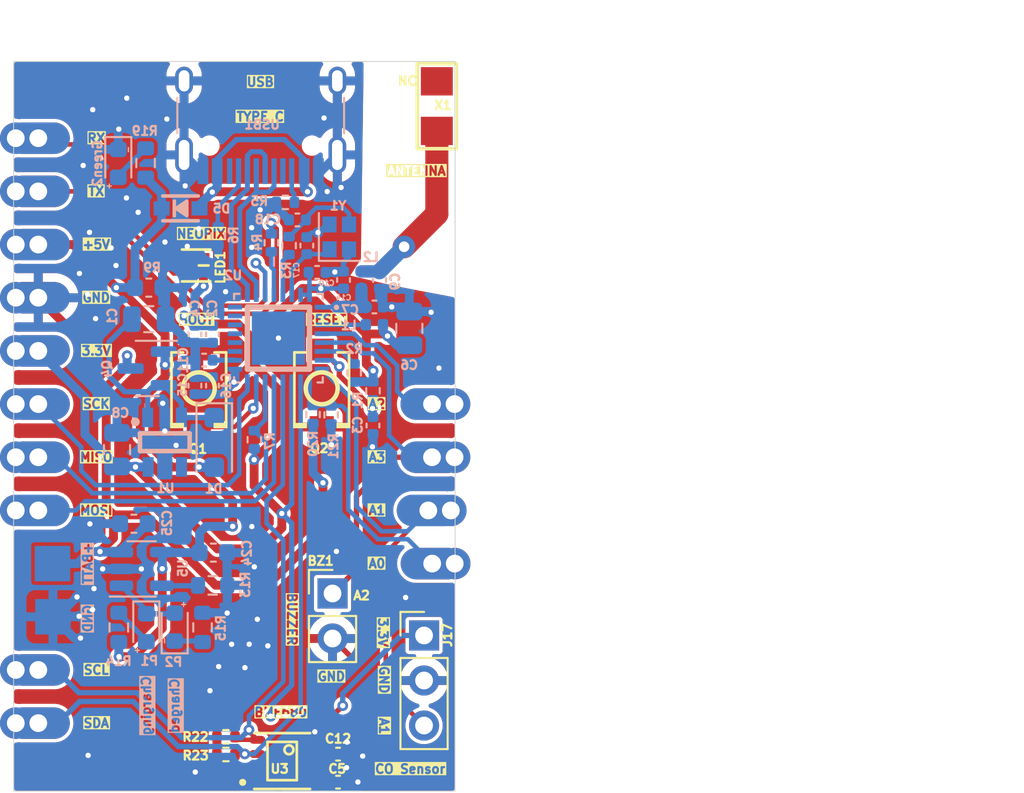
<source format=kicad_pcb>
(kicad_pcb (version 20221018) (generator pcbnew)
  (layers (0 "F.Cu" signal) (31 "B.Cu" signal) (34 "B.Paste" user) (35 "F.Paste" user) (36 "B.SilkS" user "B.Silkscreen") (37 "F.SilkS" user "F.Silkscreen") (38 "B.Mask" user) (39 "F.Mask" user) (44 "Edge.Cuts" user))
  (net 0 "")
  (net 1 "GND")
  (net 2 "/~{RESET}")
  (net 3 "VBUS")
  (net 4 "/LNA")
  (net 5 "3.3V")
  (net 6 "Net-(X1-P$1)")
  (net 7 "/VDD_SPI")
  (net 9 "Net-(U2-XTAL_P)")
  (net 10 "+BATT")
  (net 11 "SDA")
  (net 12 "SCL")
  (net 13 "+5V")
  (net 14 "Net-(P1-K)")
  (net 15 "/A0")
  (net 16 "/A1")
  (net 17 "/A2")
  (net 18 "/A3")
  (net 19 "/TX")
  (net 20 "/NEOPIX{slash}RX")
  (net 21 "/SCK")
  (net 22 "/MISO")
  (net 23 "/MOSI")
  (net 24 "/VDD3P3")
  (net 26 "Net-(U2-GPIO2)")
  (net 27 "/BOOT")
  (net 28 "Net-(U2-XTAL_N)")
  (net 29 "Net-(U2-U0TXD{slash}GPIO21)")
  (net 30 "Net-(USB1-CC1)")
  (net 31 "Net-(USB1-CC2)")
  (net 32 "Net-(P1-A)")
  (net 39 "DP")
  (net 40 "DN")
  (net 43 "Net-(Green2-A)")
  (net 44 "Net-(U5-PROG)")
  (net 45 "Net-(P2-K)")
  (net 46 "Net-(C18-Pad1)")
  (net 47 "Net-(D1-K)")
  (footprint "Ahsan Libs:1X01_CASTEL" (layer "F.Cu") (at 134.68 132 90)
    (fp_text reference "J7" hide)
    (fp_text value "A4" hide)
  )
  (footprint "Ahsan Libs:1X01_CASTEL" (layer "F.Cu") (at 159.4285 123 -90)
    (fp_text reference "J3" hide)
    (fp_text value "A0" hide)
  )
  (footprint "Ahsan Libs:1X01_CASTEL" (layer "F.Cu") (at 159.4185 114 -90)
    (fp_text reference "J6" hide)
    (fp_text value "A3" hide)
  )
  (footprint "Ahsan Libs:1X01_CASTEL" (layer "F.Cu") (at 159.4185 117 -90)
    (fp_text reference "J5" hide)
    (fp_text value "A2" hide)
  )
  (footprint "Ahsan Libs:C_0402_1005Metric" (layer "F.Cu") (at 152.85 133.75 180)
    (fp_text reference "C12")
    (fp_text value "0.1uF")
  )
  (footprint "Ahsan Libs:1X01_CASTEL" (layer "F.Cu") (at 134.68 105 90)
    (fp_text reference "J10" hide)
    (fp_text value "+5V" hide)
  )
  (footprint "Ahsan Libs:1X01_CASTEL" (layer "F.Cu") (at 134.68 102 90)
    (fp_text reference "J9" hide)
    (fp_text value "A6" hide)
  )
  (footprint "Esp32-C3:ANT_2450AT18B100" (layer "F.Cu") (at 158.42 97.19 90)
    (fp_text reference "X1")
    (fp_text value "2.4GHz")
  )
  (footprint "Ahsan Libs:1X01_CASTEL" (layer "F.Cu") (at 134.68 99 90)
    (fp_text reference "J16" hide)
    (fp_text value "A7" hide)
  )
  (footprint "Ahsan Libs:1X01_CASTEL" (layer "F.Cu") (at 134.68 114 90)
    (fp_text reference "J15" hide)
    (fp_text value "A8" hide)
  )
  (footprint "Ahsan Libs:SW-SMD-TS-1088-AR02016" (layer "F.Cu") (at 145 113.11 -90)
    (fp_text reference "Q1")
    (fp_text value "BOOT" hide)
  )
  (footprint "Esp32-C3:SK6805_1515" (layer "F.Cu") (at 144.85 106.18)
    (fp_text reference "LED1")
    (fp_text value "WS2812B_SK6805_1515")
  )
  (footprint "Ahsan Libs:SW-SMD-TS-1088-AR02016" (layer "F.Cu") (at 151.93 113.11 -90)
    (fp_text reference "Q2")
    (fp_text value "RESET" hide)
  )
  (footprint "Ahsan Libs:C_0402_1005Metric" (layer "F.Cu") (at 152.85 135.33 180)
    (fp_text reference "C5")
    (fp_text value "0.1uF")
  )
  (footprint "Ahsan Libs:BME680-LGA-8_L3.0-W3.0-P0.80-TR" (layer "F.Cu") (at 149.7 134.139 180)
    (fp_text reference "U3")
    (fp_text value "BME680" hide)
  )
  (footprint "Ahsan Libs:R_0402_1005Metric" (layer "F.Cu") (at 146.53 132.77 180)
    (fp_text reference "R22")
    (fp_text value "4.7k")
  )
  (footprint "Ahsan Libs:1X01_CASTEL" (layer "F.Cu") (at 134.68 111 90)
    (fp_text reference "J12" hide)
    (fp_text value "3.3V" hide)
  )
  (footprint "Connector_PinHeader_2.54mm:PinHeader_1x02_P2.54mm_Vertical" (layer "F.Cu") (at 152.54 124.685)
    (fp_text reference "BZ1")
    (fp_text value "Buzzer")
  )
  (footprint "Ahsan Libs:1X01_CASTEL" (layer "F.Cu") (at 134.68 129 90)
    (fp_text reference "J8" hide)
    (fp_text value "A5" hide)
  )
  (footprint "Ahsan Libs:1X01_CASTEL" (layer "F.Cu") (at 134.68 120 90)
    (fp_text reference "J13" hide)
    (fp_text value "A10" hide)
  )
  (footprint "Ahsan Libs:1X01_CASTEL" (layer "F.Cu") (at 159.209 120 -90)
    (fp_text reference "J4" hide)
    (fp_text value "A1" hide)
  )
  (footprint "Ahsan Libs:1X01_CASTEL" (layer "F.Cu") (at 134.68 108 90)
    (fp_text reference "J11" hide)
    (fp_text value "GND" hide)
  )
  (footprint "Connector_PinHeader_2.54mm:PinHeader_1x03_P2.54mm_Vertical" (layer "F.Cu") (at 157.7 127.055)
    (fp_text reference "J17")
    (fp_text value "CO Sensor")
  )
  (footprint "Ahsan Libs:R_0402_1005Metric" (layer "F.Cu") (at 146.53 133.77 180)
    (fp_text reference "R23")
    (fp_text value "4.7k")
  )
  (footprint "Ahsan Libs:1X01_CASTEL" (layer "F.Cu") (at 134.68 117 90)
    (fp_text reference "J14" hide)
    (fp_text value "A9" hide)
  )
  (footprint "Ahsan Libs:C_0805_2012Metric" (layer "B.Cu") (at 140.39 116.57 -90)
    (fp_text reference "C8")
    (fp_text value "22uF")
  )
  (footprint "Ahsan Libs:C_0402_1005Metric" (layer "B.Cu") (at 155.19 107 -90)
    (fp_text reference "C9")
    (fp_text value "2pF")
  )
  (footprint "Esp32-C3:QFN32_5MM" (layer "B.Cu") (at 149.49 110.28 180)
    (fp_text reference "U2")
    (fp_text value "ESP32-C3FH4")
  )
  (footprint "Ahsan Libs:R_0402_1005Metric" (layer "B.Cu") (at 149.09 104.9 90)
    (fp_text reference "R4")
    (fp_text value "1k")
  )
  (footprint "Ahsan Libs:C_0402_1005Metric" (layer "B.Cu") (at 154.9 108.52)
    (fp_text reference "C7")
    (fp_text value "2.7pF")
  )
  (footprint "Ahsan Libs:C_0402_1005Metric" (layer "B.Cu") (at 151.09 105.06 90)
    (fp_text reference "C17")
    (fp_text value "16pF")
  )
  (footprint "Ahsan Libs:C_0603_1608Metric" (layer "B.Cu") (at 141.3375 120.75 180)
    (fp_text reference "C25")
    (fp_text value "10uF")
  )
  (footprint "Ahsan Libs:R_0402_1005Metric" (layer "B.Cu") (at 152.46 114.61 -90)
    (fp_text reference "R21")
    (fp_text value "220k")
  )
  (footprint "Ahsan Libs:R_0402_1005Metric" (layer "B.Cu") (at 149.88 102.62 180)
    (fp_text reference "R5")
    (fp_text value "5.1k")
  )
  (footprint "Ahsan Libs:2x2_SMD_Conn" (layer "B.Cu") (at 136.78 126 -90)
    (fp_text reference "J2" hide)
    (fp_text value "GND" hide)
  )
  (footprint "Ahsan Libs:R_0603_1608Metric" (layer "B.Cu") (at 140.49 126.6 90)
    (fp_text reference "R14")
    (fp_text value "470")
  )
  (footprint "Ahsan Libs:C_0402_1005Metric" (layer "B.Cu") (at 144.78 112.96 90)
    (fp_text reference "C15")
    (fp_text value "1uF")
  )
  (footprint "Ahsan Libs:R_0402_1005Metric" (layer "B.Cu") (at 148.13 116.01 90)
    (fp_text reference "R7")
    (fp_text value "10K")
  )
  (footprint "Package_TO_SOT_SMD:SOT-23-5" (layer "B.Cu") (at 141.7775 123.3)
    (fp_text reference "U5")
    (fp_text value "MCP73831-2-OT")
  )
  (footprint "Ahsan Libs:C_0805_2012Metric" (layer "B.Cu") (at 142.18 109.21)
    (fp_text reference "C1")
    (fp_text value "22uF")
  )
  (footprint "Ahsan Libs:C_0603_1608Metric" (layer "B.Cu") (at 142.18 107.43)
    (fp_text reference "R9")
    (fp_text value "806K")
  )
  (footprint "Ahsan Libs:R_0603_1608Metric" (layer "B.Cu") (at 142 100.4 90)
    (fp_text reference "R19")
    (fp_text value "470")
  )
  (footprint "Ahsan Libs:R_0402_1005Metric" (layer "B.Cu") (at 154.82 113.25 -90)
    (fp_text reference "R1")
    (fp_text value "10K")
  )
  (footprint "Crystal:Crystal_SMD_2016-4Pin_2.0x1.6mm" (layer "B.Cu") (at 152.92 104.57 90)
    (fp_text reference "Y1")
    (fp_text value "40MHz")
  )
  (footprint "Ahsan Libs:C_0402_1005Metric" (layer "B.Cu") (at 151.67 106.57)
    (fp_text reference "C10")
    (fp_text value "0.1uF")
  )
  (footprint "Ahsan Libs:USB_C_Receptacle_HRO_TYPE-C-31-M-12" (layer "B.Cu") (at 148.49 96.815)
    (fp_text reference "USB1")
    (fp_text value "USB_C_Receptacle_USB2.0")
  )
  (footprint "Inductor_SMD:L_0402_1005Metric" (layer "B.Cu") (at 154.9 109.52 180)
    (fp_text reference "L1")
    (fp_text value "2nH")
  )
  (footprint "Ahsan Libs:R_0402_1005Metric" (layer "B.Cu") (at 153.76 112.24 90)
    (fp_text reference "R2")
    (fp_text value "10K")
  )
  (footprint "Ahsan Libs:SOT-25-5_L3.0-W1.8-P0.95-LS3.0-BR" (layer "B.Cu") (at 143.070252 116.15 90)
    (fp_text reference "U1")
    (fp_text value "AP2112K-3.3" hide)
  )
  (footprint "Ahsan Libs:C_0402_1005Metric" (layer "B.Cu") (at 145.77 112.96 90)
    (fp_text reference "C16")
    (fp_text value "0.01uF")
  )
  (footprint "Ahsan Libs:R_0603_1608Metric" (layer "B.Cu") (at 145.78 124.23)
    (fp_text reference "R13")
    (fp_text value "2K")
  )
  (footprint "Ahsan Libs:LED_0603_1608Metric" (layer "B.Cu") (at 143.64 126.58 90)
    (fp_text reference "P2")
    (fp_text value "Charged" hide)
  )
  (footprint "Ahsan Libs:2x2_SMD_Conn" (layer "B.Cu") (at 136.75 123 -90)
    (fp_text reference "J1" hide)
    (fp_text value "+BATT" hide)
  )
  (footprint "Ahsan Libs:C_0402_1005Metric" (layer "B.Cu") (at 145.77 110.06 -90)
    (fp_text reference "C2")
    (fp_text value "1uF")
  )
  (footprint "Diode_SMD:D_SOD-123F" (layer "B.Cu") (at 145.87 116.1625 -90)
    (fp_text reference "D1")
    (fp_text value "B5817WL")
  )
  (footprint "Ahsan Libs:C_0402_1005Metric" (layer "B.Cu") (at 153.16 107 90)
    (fp_text reference "C14")
    (fp_text value "0.1uF")
  )
  (footprint "Ahsan Libs:C_0805_2012Metric" (layer "B.Cu") (at 156.87 109.73 90)
    (fp_text reference "C6")
    (fp_text value "22uF")
  )
  (footprint "Ahsan Libs:R_0402_1005Metric" (layer "B.Cu") (at 146.09 104.51 -90)
    (fp_text reference "R6")
    (fp_text value "5.1k")
  )
  (footprint "Ahsan Libs:C_0402_1005Metric" (layer "B.Cu") (at 145.3 111.52 180)
    (fp_text reference "C11")
    (fp_text value "1uF")
  )
  (footprint "Ahsan Libs:R_0603_1608Metric" (layer "B.Cu") (at 145.21 126.6 90)
    (fp_text reference "R15")
    (fp_text value "470")
  )
  (footprint "Ahsan Libs:C_0402_1005Metric" (layer "B.Cu") (at 150.56 103.61 180)
    (fp_text reference "C18")
    (fp_text value "16pF")
  )
  (footprint "Inductor_SMD:L_0402_1005Metric" (layer "B.Cu") (at 154.17 107 90)
    (fp_text reference "L2")
    (fp_text value "2.2nH")
  )
  (footprint "Ahsan Libs:R_0402_1005Metric" (layer "B.Cu") (at 151.44 114.59 -90)
    (fp_text reference "R20")
    (fp_text value "220k")
  )
  (footprint "Ahsan Libs:LED_0603_1608Metric" (layer "B.Cu") (at 140.46 100.42 -90)
    (fp_text reference "Green2")
    (fp_text value "Power" hide)
  )
  (footprint "Ahsan Libs:C_0402_1005Metric" (layer "B.Cu") (at 154.82 115.21 -90)
    (fp_text reference "C3")
    (fp_text value "1uF")
  )
  (footprint "Package_TO_SOT_SMD:SOT-23" (layer "B.Cu") (at 142.0925 111.99 180)
    (fp_text reference "Q4")
    (fp_text value "AO3401A")
  )
  (footprint "Ahsan Libs:R_0402_1005Metric" (layer "B.Cu") (at 150.09 105.06 -90)
    (fp_text reference "R3")
    (fp_text value "0")
  )
  (footprint "Ahsan Libs:C_0402_1005Metric" (layer "B.Cu") (at 144.78 110.06 -90)
    (fp_text reference "C4")
    (fp_text value "0.1uF")
  )
  (footprint "Esp32-C3:SOD-323_MINI" (layer "B.Cu") (at 143.97 102.96)
    (fp_text reference "D5")
    (fp_text value "  NSR0320")
  )
  (footprint "Ahsan Libs:LED_0603_1608Metric" (layer "B.Cu") (at 142.04 126.62 -90)
    (fp_text reference "P1")
    (fp_text value "Charging" hide)
  )
  (footprint "Ahsan Libs:C_0603_1608Metric" (layer "B.Cu") (at 145.82 122.38)
    (fp_text reference "C24")
    (fp_text value "10uF")
  )
  (gr_circle (center 152.76 108.54) (end 152.85434 108.54) (stroke (width 0.12)) (fill solid) (layer "B.SilkS"))
  (gr_rect (start 134.56 94.67) (end 159.45 135.84) (stroke (width 0.05)) (fill none) (layer "Edge.Cuts"))
  (gr_text "Charging" (at 142.04 131.02 90) (layer "B.SilkS" knockout) (effects (font (size 0.5 0.5) (thickness 0.125)) (justify mirror)))
  (gr_text "+BATT" (at 138.74 122.98 90) (layer "B.SilkS" knockout) (effects (font (size 0.5 0.5) (thickness 0.125)) (justify mirror)))
  (gr_text "GND" (at 138.74 126.1 90) (layer "B.SilkS" knockout) (effects (font (size 0.5 0.5) (thickness 0.125)) (justify mirror)))
  (gr_text "Charged" (at 143.64 131.020001 90) (layer "B.SilkS" knockout) (effects (font (size 0.5 0.5) (thickness 0.125)) (justify mirror)))
  (gr_text "NC" (at 156.16 96.06) (layer "F.SilkS") (effects (font (size 0.5 0.5) (thickness 0.125) bold) (justify left bottom)))
  (gr_text "BME680" (at 148.06 131.39) (layer "F.SilkS" knockout) (effects (font (size 0.5 0.5) (thickness 0.125)) (justify left)))
  (gr_text "A1" (at 155.44 131.63 -90) (layer "F.SilkS" knockout) (effects (font (size 0.5 0.5) (thickness 0.125)) (justify left)))
  (gr_text "USB" (at 147.63375 95.83) (layer "F.SilkS" knockout) (effects (font (size 0.5 0.5) (thickness 0.125)) (justify left)))
  (gr_text "MISO" (at 138.23 117) (layer "F.SilkS" knockout) (effects (font (size 0.5 0.5) (thickness 0.125)) (justify left)))
  (gr_text "ANTENNA" (at 155.56 100.85) (layer "F.SilkS" knockout) (effects (font (size 0.5 0.5) (thickness 0.125)) (justify left)))
  (gr_text "BOOT" (at 143.8 109.24) (layer "F.SilkS" knockout) (effects (font (size 0.5 0.5) (thickness 0.125)) (justify left)))
  (gr_text "3.3V" (at 138.325239 111) (layer "F.SilkS" knockout) (effects (font (size 0.5 0.5) (thickness 0.125)) (justify left)))
  (gr_text "RX" (at 138.646667 99) (layer "F.SilkS" knockout) (effects (font (size 0.5 0.5) (thickness 0.125)) (justify left)))
  (gr_text "SDA" (at 138.432382 132) (layer "F.SilkS" knockout) (effects (font (size 0.5 0.5) (thickness 0.125)) (justify left)))
  (gr_text "3.3V" (at 155.38 125.99 -90) (layer "F.SilkS" knockout) (effects (font (size 0.5 0.5) (thickness 0.125)) (justify left)))
  (gr_text "GND" (at 138.372857 108) (layer "F.SilkS" knockout) (effects (font (size 0.5 0.5) (thickness 0.125)) (justify left)))
  (gr_text "GND" (at 151.63 129.37) (layer "F.SilkS" knockout) (effects (font (size 0.5 0.5) (thickness 0.125)) (justify left)))
  (gr_text "MOSI" (at 138.23 120) (layer "F.SilkS" knockout) (effects (font (size 0.5 0.5) (thickness 0.125)) (justify left)))
  (gr_text "TX" (at 138.706191 102) (layer "F.SilkS" knockout) (effects (font (size 0.5 0.5) (thickness 0.125)) (justify left)))
  (gr_text "CO Sensor" (at 154.87 134.59) (layer "F.SilkS" knockout) (effects (font (size 0.5 0.5) (thickness 0.125)) (justify left)))
  (gr_text "TYPE C" (at 147.062322 97.79) (layer "F.SilkS" knockout) (effects (font (size 0.5 0.5) (thickness 0.125)) (justify left)))
  (gr_text "A2" (at 154.18 124.8) (layer "F.SilkS") (effects (font (size 0.5 0.5) (thickness 0.125))))
  (gr_text "GND" (at 155.44 128.71 -90) (layer "F.SilkS" knockout) (effects (font (size 0.5 0.5) (thickness 0.125)) (justify left)))
  (gr_text "SCK" (at 138.396667 114) (layer "F.SilkS" knockout) (effects (font (size 0.5 0.5) (thickness 0.125)) (justify left)))
  (gr_text "+5V" (at 138.372858 105) (layer "F.SilkS" knockout) (effects (font (size 0.5 0.5) (thickness 0.125)) (justify left)))
  (gr_text "A2" (at 154.51 114) (layer "F.SilkS" knockout) (effects (font (size 0.5 0.5) (thickness 0.125)) (justify left)))
  (gr_text "BUZZER" (at 150.25 124.59 270) (layer "F.SilkS" knockout) (effects (font (size 0.5 0.5) (thickness 0.125)) (justify left)))
  (gr_text "NEOPIX" (at 143.69 104.4) (layer "F.SilkS" knockout) (effects (font (size 0.5 0.5) (thickness 0.125)) (justify left)))
  (gr_text "A0" (at 154.51 123) (layer "F.SilkS" knockout) (effects (font (size 0.5 0.5) (thickness 0.125)) (justify left)))
  (gr_text "RESET" (at 150.96 109.24) (layer "F.SilkS" knockout) (effects (font (size 0.5 0.5) (thickness 0.125)) (justify left)))
  (gr_text "A1" (at 154.51 120) (layer "F.SilkS" knockout) (effects (font (size 0.5 0.5) (thickness 0.125)) (justify left)))
  (gr_text "A3" (at 154.51 117) (layer "F.SilkS" knockout) (effects (font (size 0.5 0.5) (thickness 0.125)) (justify left)))
  (gr_text "SCL" (at 138.444286 129) (layer "F.SilkS" knockout) (effects (font (size 0.5 0.5) (thickness 0.125)) (justify left)))
  (segment (start 138.13 121.49) (end 138.86 120.76) (width 0.5) (layer "F.Cu") (net 1))
  (segment (start 144.23 100.005) (end 144.17 99.945) (width 0.5) (layer "F.Cu") (net 1))
  (segment (start 153.33 134.51) (end 153.33 135.33) (width 0.3) (layer "F.Cu") (net 1))
  (segment (start 138.795 124.085) (end 138.795 124.115) (width 0.5) (layer "F.Cu") (net 1))
  (segment (start 153.33 135.33) (end 153.96 135.33) (width 0.3) (layer "F.Cu") (net 1))
  (segment (start 144.23 101.69) (end 144.23 104.11) (width 0.5) (layer "F.Cu") (net 1))
  (segment (start 138.13 124.88) (end 138.13 121.49) (width 0.5) (layer "F.Cu") (net 1))
  (segment (start 153.33 133.75) (end 153.36 133.72) (width 0.3) (layer "F.Cu") (net 1))
  (segment (start 154.69 129.375) (end 154.69 133.41) (width 0.3) (layer "F.Cu") (net 1))
  (segment (start 143.2 97.92) (end 141.06 97.92) (width 0.5) (layer "F.Cu") (net 1))
  (segment (start 151.1 134.539) (end 153.301 134.539) (width 0.3) (layer "F.Cu") (net 1))
  (segment (start 145 111.92) (end 142.965 113.955) (width 0.3) (layer "F.Cu") (net 1))
  (segment (start 151.1 132.93) (end 151.54 132.49) (width 0.3) (layer "F.Cu") (net 1))
  (segment (start 146.98 105.16) (end 146.51 105.63) (width 0.5) (layer "F.Cu") (net 1))
  (segment (start 152.48 115.845) (end 151.93 115.295) (width 0.3) (layer "F.Cu") (net 1))
  (segment (start 138.13 124.88) (end 138.13 124.75) (width 0.5) (layer "F.Cu") (net 1))
  (segment (start 149.49 111.21) (end 151.93 113.65) (width 0.5) (layer "F.Cu") (net 1))
  (segment (start 144.23 101.69) (end 144.23 100.005) (width 0.5) (layer "F.Cu") (net 1))
  (segment (start 138.795 124.085) (end 139.58 123.3) (width 0.5) (layer "F.Cu") (net 1))
  (segment (start 153.33 133.75) (end 153.33 134.51) (width 0.3) (layer "F.Cu") (net 1))
  (segment (start 145.379 135.339) (end 144.8 134.76) (width 0.5) (layer "F.Cu") (net 1))
  (segment (start 151.21 103.81) (end 151.72 104.32) (width 0.5) (layer "F.Cu") (net 1))
  (segment (start 152.6 116.41) (end 152.48 116.29) (width 0.3) (layer "F.Cu") (net 1))
  (segment (start 138.86 110.91) (end 135.95 108) (width 0.5) (layer "F.Cu") (net 1))
  (segment (start 149.49 110.28) (end 149.49 111.21) (width 0.5) (layer "F.Cu") (net 1))
  (segment (start 138.86 120.76) (end 138.86 110.91) (width 0.5) (layer "F.Cu") (net 1))
  (segment (start 153.301 134.539) (end 153.33 134.51) (width 0.3) (layer "F.Cu") (net 1))
  (segment (start 153.44 133.86) (end 153.33 133.75) (width 0.3) (layer "F.Cu") (net 1))
  (segment (start 151.21 103.04) (end 152.24 102.01) (width 0.5) (layer "F.Cu") (net 1))
  (segment (start 154.79 116.41) (end 152.6 116.41) (width 0.3) (layer "F.Cu") (net 1))
  (segment (start 141.06 97.92) (end 140.49 98.49) (width 0.5) (layer "F.Cu") (net 1))
  (segment (start 145 104.11) (end 144.23 104.11) (width 0.5) (layer "F.Cu") (net 1))
  (segment (start 147.98 105.16) (end 146.98 105.16) (width 0.5) (layer "F.Cu") (net 1))
  (segment (start 151.93 113.65) (end 151.93 115.295) (width 0.5) (layer "F.Cu") (net 1))
  (segment (start 153.96 135.33) (end 153.97 135.32) (width 0.3) (layer "F.Cu") (net 1))
  (segment (start 152.54 127.225) (end 154.69 129.375) (width 0.3) (layer "F.Cu") (net 1))
  (segment (start 153.36 133.72) (end 153.36 133.07) (width 0.3) (layer "F.Cu") (net 1))
  (segment (start 138.795 124.115) (end 139.09 124.41) (width 0.5) (layer "F.Cu") (net 1))
  (segment (start 151.21 103.04) (end 151.21 103.81) (width 0.5) (layer "F.Cu") (net 1))
  (segment (start 152.48 116.29) (end 152.48 115.845) (width 0.3) (layer "F.Cu") (net 1))
  (segment (start 145 110.925) (end 145 111.92) (width 0.3) (layer "F.Cu") (net 1))
  (segment (start 144.23 104.98) (end 144.35 105.1) (width 0.5) (layer "F.Cu") (net 1))
  (segment (start 152.67 106.55) (end 152.67 105.27) (width 0.5) (layer "F.Cu") (net 1))
  (segment (start 144.23 104.11) (end 144.23 104.98) (width 0.5) (layer "F.Cu") (net 1))
  (segment (start 154.69 133.41) (end 154.24 133.86) (width 0.3) (layer "F.Cu") (net 1))
  (segment (start 152.67 105.27) (end 151.72 104.32) (width 0.5) (layer "F.Cu") (net 1))
  (segment (start 151.1 132.939) (end 151.1 132.93) (width 0.3) (layer "F.Cu") (net 1))
  (segment (start 148.3 135.339) (end 145.379 135.339) (width 0.5) (layer "F.Cu") (net 1))
  (segment (start 138.13 124.75) (end 138.795 124.085) (width 0.5) (layer "F.Cu") (net 1))
  (segment (start 148.46 103.04) (end 151.21 103.04) (width 0.5) (layer "F.Cu") (net 1))
  (segment (start 146.51 105.63) (end 146.51 107.66) (width 0.5) (layer "F.Cu") (net 1))
  (segment (start 154.24 133.86) (end 153.44 133.86) (width 0.3) (layer "F.Cu") (net 1))
  (segment (start 144.35 105.73) (end 144.35 105.1) (width 0.3) (layer "F.Cu") (net 1))
  (via (at 152.67 106.55) (size 0.6) (drill 0.3) (layers "F.Cu" "B.Cu") (net 1))
  (via (at 153.97 135.32) (size 0.6) (drill 0.3) (layers "F.Cu" "B.Cu") (net 1))
  (via (at 152.48 116.29) (size 0.6) (drill 0.3) (layers "F.Cu" "B.Cu") (net 1))
  (via (at 141.76 123.3) (size 0.6) (drill 0.3) (layers "F.Cu" "B.Cu") (net 1))
  (via (at 139.02 97.39) (size 0.6) (drill 0.3) (layers "F.Cu" "B.Cu") (net 1))
  (via (at 143.72 116.33) (size 0.6) (drill 0.3) (layers "F.Cu" "B.Cu") (net 1))
  (via (at 138.13 124.88) (size 0.6) (drill 0.3) (layers "F.Cu" "B.Cu") (net 1))
  (via (at 147.6 128.87) (size 0.6) (drill 0.3) (layers "F.Cu" "B.Cu") (net 1))
  (via (at 147.84 127.55) (size 0.6) (drill 0.3) (layers "F.Cu" "B.Cu") (net 1))
  (via (at 141.58 103.18) (size 0.6) (drill 0.3) (layers "F.Cu" "B.Cu") (net 1))
  (via (at 138.27 106.63) (size 0.6) (drill 0.3) (layers "F.Cu" "B.Cu") (net 1))
  (via (at 143.09 104.86) (size 0.6) (drill 0.3) (layers "F.Cu" "B.Cu") (net 1))
  (via (at 151.72 104.32) (size 0.6) (drill 0.3) (layers "F.Cu" "B.Cu") (net 1))
  (via (at 158.54 111.97) (size 0.6) (drill 0.3) (layers "F.Cu" "B.Cu") (net 1))
  (via (at 140.49 98.49) (size 0.6) (drill 0.3) (layers "F.Cu" "B.Cu") (net 1))
  (via (at 152.76 122.31) (size 0.6) (drill 0.3) (layers "F.Cu" "B.Cu") (net 1))
  (via (at 138.48 100.54) (size 0.6) (drill 0.3) (layers "F.Cu" "B.Cu") (net 1))
  (via (at 148.13 123.18) (size 0.6) (drill 0.3) (layers "F.Cu" "B.Cu") (net 1))
  (via (at 153.02 101.78) (size 0.6) (drill 0.3) (layers "F.Cu" "B.Cu") (net 1))
  (via (at 146.12 128.81) (size 0.6) (drill 0.3) (layers "F.Cu" "B.Cu") (net 1))
  (via (at 151.54 132.49) (size 0.6) (drill 0.3) (layers "F.Cu" "B.Cu") (net 1))
  (via (at 144.35 105.1) (size 0.6) (drill 0.3) (layers "F.Cu" "B.Cu") (net 1))
  (via (at 138.25 125.97) (size 0.6) (drill 0.3) (layers "F.Cu" "B.Cu") (net 1))
  (via (at 153.36 133.07) (size 0.6) (drill 0.3) (layers "F.Cu" "B.Cu") (net 1))
  (via (at 139.09 124.41) (size 0.6) (drill 0.3) (layers "F.Cu" "B.Cu") (net 1))
  (via (at 148.3 126.14) (size 0.6) (drill 0.3) (layers "F.Cu" "B.Cu") (net 1))
  (via (at 153.33 134.51) (size 0.6) (drill 0.3) (layers "F.Cu" "B.Cu") (net 1))
  (via (at 147.98 105.16) (size 0.6) (drill 0.3) (layers "F.Cu" "B.Cu") (net 1))
  (via (at 148.46 103.04) (size 0.6) (drill 0.3) (layers "F.Cu" "B.Cu") (net 1))
  (via (at 138.86 120.76) (size 0.6) (drill 0.3) (layers "F.Cu" "B.Cu") (net 1))
  (via (at 138.84 104.31) (size 0.6) (drill 0.3) (layers "F.Cu" "B.Cu") (net 1))
  (via (at 139.58 123.3) (size 0.6) (drill 0.3) (layers "F.Cu" "B.Cu") (net 1))
  (via (at 155.88 108.52) (size 0.6) (drill 0.3) (layers "F.Cu" "B.Cu") (net 1))
  (via (at 145 104.11) (size 0.6) (drill 0.3) (layers "F.Cu" "B.Cu") (net 1))
  (via (at 140.92 102.37) (size 0.6) (drill 0.3) (layers "F.Cu" "B.Cu") (net 1))
  (via (at 146.51 107.66) (size 0.6) (drill 0.3) (layers "F.Cu" "B.Cu") (net 1))
  (via (at 154.79 116.41) (size 0.6) (drill 0.3) (layers "F.Cu" "B.Cu") (net 1))
  (via (at 152.24 102.01) (size 0.6) (drill 0.3) (layers "F.Cu" "B.Cu") (net 1))
  (via (at 142.965 113.955) (size 0.6) (drill 0.3) (layers "F.Cu" "B.Cu") (net 1))
  (via (at 139.01 125.6) (size 0.6) (drill 0.3) (layers "F.Cu" "B.Cu") (net 1))
  (via (at 146.85 127.55) (size 0.6) (drill 0.3) (layers "F.Cu" "B.Cu") (net 1))
  (via (at 143.2 97.92) (size 0.6) (drill 0.3) (layers "F.Cu" "B.Cu") (net 1))
  (via (at 146.6 125.79) (size 0.6) (drill 0.3) (layers "F.Cu" "B.Cu") (net 1))
  (via (at 147.99 120.91) (size 0.6) (drill 0.3) (layers "F.Cu" "B.Cu") (net 1))
  (via (at 152.06 97.86) (size 0.6) (drill 0.3) (layers "F.Cu" "B.Cu") (net 1))
  (via (at 149.49 110.28) (size 0.6) (drill 0.3) (layers "F.Cu" "B.Cu") (net 1))
  (via (at 138.76 133.82) (size 0.6) (drill 0.3) (layers "F.Cu" "B.Cu") (net 1))
  (via (at 148.89 127.64) (size 0.6) (drill 0.3) (layers "F.Cu" "B.Cu") (net 1))
  (via (at 140.94 96.74) (size 0.6) (drill 0.3) (layers "F.Cu" "B.Cu") (net 1))
  (via (at 140.33 106.18) (size 0.6) (drill 0.3) (layers "F.Cu" "B.Cu") (net 1))
  (via (at 147.98 104.05) (size 0.6) (drill 0.3) (layers "F.Cu" "B.Cu") (net 1))
  (via (at 156.66 124.91) (size 0.6) (drill 0.3) (layers "F.Cu" "B.Cu") (net 1))
  (via (at 139.18 109.18) (size 0.6) (drill 0.3) (layers "F.Cu" "B.Cu") (net 1))
  (via (at 143.083252 115.52) (size 0.6) (drill 0.3) (layers "F.Cu" "B.Cu") (net 1))
  (via (at 145.63 130.17) (size 0.6) (drill 0.3) (layers "F.Cu" "B.Cu") (net 1))
  (via (at 140.06 105.19) (size 0.6) (drill 0.3) (layers "F.Cu" "B.Cu") (net 1))
  (via (at 138.33 127.2) (size 0.6) (drill 0.3) (layers "F.Cu" "B.Cu") (net 1))
  (via (at 154.24 133.86) (size 0.6) (drill 0.3) (layers "F.Cu" "B.Cu") (net 1))
  (via (at 144.8 134.76) (size 0.6) (drill 0.3) (layers "F.Cu" "B.Cu") (net 1))
  (via (at 158.1 108.82) (size 0.6) (drill 0.3) (layers "F.Cu" "B.Cu") (net 1))
  (via (at 138.73 107.8) (size 0.6) (drill 0.3) (layers "F.Cu" "B.Cu") (net 1))
  (via (at 144.23 101.69) (size 0.6) (drill 0.3) (layers "F.Cu" "B.Cu") (net 1))
  (segment (start 146.09 105.02) (end 146.09 106.66) (width 0.5) (layer "B.Cu") (net 1))
  (segment (start 155.38 107.67) (end 155.19 107.48) (width 0.5) (layer "B.Cu") (net 1))
  (segment (start 144.46 110.54) (end 143.13 109.21) (width 0.5) (layer "B.Cu") (net 1))
  (segment (start 144.78 111.48) (end 144.82 111.52) (width 0.5) (layer "B.Cu") (net 1))
  (segment (start 136.78 126) (end 136.81 125.97) (width 0.5) (layer "B.Cu") (net 1))
  (segment (start 153.36 132.47) (end 153.36 133.07) (width 0.3) (layer "B.Cu") (net 1))
  (segment (start 146.595 124.22) (end 146.605 124.23) (width 0.5) (layer "B.Cu") (net 1))
  (segment (start 140.64 123.3) (end 141.76 123.3) (width 0.5) (layer "B.Cu") (net 1))
  (segment (start 138.87 120.75) (end 138.86 120.76) (width 0.5) (layer "B.Cu") (net 1))
  (segment (start 151.35 104.32) (end 151.09 104.58) (width 0.254) (layer "B.Cu") (net 1))
  (segment (start 144.78 112.48) (end 144.78 111.56) (width 0.5) (layer "B.Cu") (net 1))
  (segment (start 140.64 123.3) (end 139.58 123.3) (width 0.5) (layer "B.Cu") (net 1))
  (segment (start 157.7 129.595) (end 156.235 129.595) (width 0.3) (layer "B.Cu") (net 1))
  (segment (start 154.82 115.69) (end 154.82 116.38) (width 0.3) (layer "B.Cu") (net 1))
  (segment (start 140.46 99.6325) (end 140.46 98.52) (width 0.3) (layer "B.Cu") (net 1))
  (segment (start 146.585 125.775) (end 146.6 125.79) (width 0.5) (layer "B.Cu") (net 1))
  (segment (start 143.083252 114.073252) (end 143.083252 114.753) (width 0.3) (layer "B.Cu") (net 1))
  (segment (start 146.51 107.1) (end 146.51 107.66) (width 0.5) (layer "B.Cu") (net 1))
  (segment (start 158.06 108.78) (end 158.1 108.82) (width 0.5) (layer "B.Cu") (net 1))
  (segment (start 144.35 105.1) (end 146.01 105.1) (width 0.5) (layer "B.Cu") (net 1))
  (segment (start 140.46 98.52) (end 140.49 98.49) (width 0.3) (layer "B.Cu") (net 1))
  (segment (start 143.083252 115.52) (end 143.083252 114.753) (width 0.5) (layer "B.Cu") (net 1))
  (segment (start 142.955 107.43) (end 142.955 106.495) (width 0.5) (layer "B.Cu") (net 1))
  (segment (start 144.78 111.56) (end 144.82 111.52) (width 0.5) (layer "B.Cu") (net 1))
  (segment (start 152.81 95.765) (end 152.81 97.88) (width 0.5) (layer "B.Cu") (net 1))
  (segment (start 148.93 103.04) (end 149.36 102.61) (width 0.5) (layer "B.Cu") (net 1))
  (segment (start 147.98 103.52) (end 147.98 104.05) (width 0.5) (layer "B.Cu") (net 1))
  (segment (start 152.19 106.55) (end 153.13 106.55) (width 0.3) (layer "B.Cu") (net 1))
  (segment (start 156.87 108.78) (end 158.06 108.78) (width 0.5) (layer "B.Cu") (net 1))
  (segment (start 153.47 105.27) (end 153.47 105.7) (width 0.3) (layer "B.Cu") (net 1))
  (segment (start 145.24 100.86) (end 145.06 100.86) (width 0.5) (layer "B.Cu") (net 1))
  (segment (start 152.81 97.88) (end 152.81 99.945) (width 0.5) (layer "B.Cu") (net 1))
  (segment (start 152.46 115.12) (end 152.46 116.27) (width 0.3) (layer "B.Cu") (net 1))
  (segment (start 146.09 106.66) (end 146.52 107.09) (width 0.5) (layer "B.Cu") (net 1))
  (segment (start 152.46 116.27) (end 152.48 116.29) (width 0.3) (layer "B.Cu") (net 1))
  (segment (start 151.895 100.86) (end 152.81 99.945) (width 0.5) (layer "B.Cu") (net 1))
  (segment (start 136.81 125.97) (end 138.25 125.97) (width 0.5) (layer "B.Cu") (net 1))
  (segment (start 151.74 100.86) (end 151.895 100.86) (width 0.5) (layer "B.Cu") (net 1))
  (segment (start 146.01 105.1) (end 146.09 105.02) (width 0.5) (layer "B.Cu") (net 1))
  (segment (start 147.98 104.05) (end 147.98 105.16) (width 0.5) (layer "B.Cu") (net 1))
  (segment (start 154.82 116.38) (end 154.79 116.41) (width 0.3) (layer "B.Cu") (net 1))
  (segment (start 151.72 104.32) (end 152.17 103.87) (width 0.254) (layer "B.Cu") (net 1))
  (segment (start 152.06 97.86) (end 152.79 97.86) (width 0.5) (layer "B.Cu") (net 1))
  (segment (start 151.72 104.32) (end 151.35 104.32) (width 0.254) (layer "B.Cu") (net 1))
  (segment (start 139.18 113.06) (end 139.18 109.18) (width 0.3) (layer "B.Cu") (net 1))
  (segment (start 144.78 110.54) (end 144.46 110.54) (width 0.5) (layer "B.Cu") (net 1))
  (segment (start 148.13 123.18) (end 146.605 123.18) (width 0.3) (layer "B.Cu") (net 1))
  (segment (start 145.77 112.48) (end 144.78 112.48) (width 0.5) (layer "B.Cu") (net 1))
  (segment (start 148.46 103.04) (end 148.93 103.04) (width 0.5) (layer "B.Cu") (net 1))
  (segment (start 144.17 95.765) (end 152.81 95.765) (width 0.5) (layer "B.Cu") (net 1))
  (segment (start 137.01 126) (end 136.78 126) (width 0.5) (layer "B.Cu") (net 1))
  (segment (start 145.21 125.775) (end 146.585 125.775) (width 0.5) (layer "B.Cu") (net 1))
  (segment (start 144.17 97.96) (end 144.17 95.765) (width 0.5) (layer "B.Cu") (net 1))
  (segment (start 156.61 108.52) (end 155.38 108.52) (width 0.5) (layer "B.Cu") (net 1))
  (segment (start 146.605 123.18) (end 146.595 123.17) (width 0.3) (layer "B.Cu") (net 1))
  (segment (start 155.38 108.52) (end 155.38 107.67) (width 0.5) (layer "B.Cu") (net 1))
  (segment (start 151.74 100.86) (end 151.74 101.51) (width 0.5) (layer "B.Cu") (net 1))
  (segment (start 142.965 113.955) (end 143.083252 114.073252) (width 0.3) (layer "B.Cu") (net 1))
  (segment (start 156.235 129.595) (end 153.36 132.47) (width 0.3) (layer "B.Cu") (net 1))
  (segment (start 140.39 115.62) (end 140.39 114.27) (width 0.3) (layer "B.Cu") (net 1))
  (segment (start 138.33 127.2) (end 137.98 127.2) (width 0.5) (layer "B.Cu") (net 1))
  (segment (start 146.595 122.38) (end 146.595 123.17) (width 0.5) (layer "B.Cu") (net 1))
  (segment (start 144.17 99.945) (end 144.17 97.96) (width 0.5) (layer "B.Cu") (net 1))
  (segment (start 152.79 97.86) (end 152.81 97.88) (width 0.5) (layer "B.Cu") (net 1))
  (segment (start 153.47 105.7) (end 153.16 106.01) (width 0.3) (layer "B.Cu") (net 1))
  (segment (start 144.78 110.54) (end 144.78 111.48) (width 0.5) (layer "B.Cu") (net 1))
  (segment (start 142.955 106.495) (end 144.35 105.1) (width 0.5) (layer "B.Cu") (net 1))
  (segment (start 146.605 124.23) (end 146.605 125.785) (width 0.5) (layer "B.Cu") (net 1))
  (segment (start 149.37 102.62) (end 149.37 102.9) (width 0.5) (layer "B.Cu") (net 1))
  (segment (start 153.13 106.55) (end 153.16 106.52) (width 0.3) (layer "B.Cu") (net 1))
  (segment (start 145.77 110.54) (end 144.78 110.54) (width 0.5) (layer "B.Cu") (net 1))
  (segment (start 153.16 106.01) (end 153.16 106.52) (width 0.3) (layer "B.Cu") (net 1))
  (segment (start 152.17 103.87) (end 152.37 103.87) (width 0.254) (layer "B.Cu") (net 1))
  (segment (start 143.13 109.21) (end 143.13 107.605) (width 0.5) (layer "B.Cu") (net 1))
  (segment (start 149.37 102.9) (end 150.08 103.61) (width 0.5) (layer "B.Cu") (net 1))
  (segment (start 140.39 114.27) (end 139.18 113.06) (width 0.3) (layer "B.Cu") (net 1))
  (segment (start 146.605 125.785) (end 146.6 125.79) (width 0.5) (layer "B.Cu") (net 1))
  (segment (start 148.46 103.04) (end 147.98 103.52) (width 0.5) (layer "B.Cu") (net 1))
  (segment (start 138.13 124.88) (end 137.01 126) (width 0.5) (layer "B.Cu") (net 1))
  (segment (start 144.17 97.96) (end 143.24 97.96) (width 0.5) (layer "B.Cu") (net 1))
  (segment (start 146.52 107.09) (end 146.51 107.1) (width 0.5) (layer "B.Cu") (net 1))
  (segment (start 140.5625 120.75) (end 138.87 120.75) (width 0.5) (layer "B.Cu") (net 1))
  (segment (start 137.98 127.2) (end 136.78 126) (width 0.5) (layer "B.Cu") (net 1))
  (segment (start 143.13 107.605) (end 142.955 107.43) (width 0.5) (layer "B.Cu") (net 1))
  (segment (start 145.06 100.86) (end 144.23 101.69) (width 0.5) (layer "B.Cu") (net 1))
  (segment (start 145.085 100.86) (end 144.17 99.945) (width 0.5) (layer "B.Cu") (net 1))
  (segment (start 146.595 123.17) (end 146.595 124.22) (width 0.5) (layer "B.Cu") (net 1))
  (segment (start 145.24 100.86) (end 145.085 100.86) (width 0.5) (layer "B.Cu") (net 1))
  (segment (start 143.24 97.96) (end 143.2 97.92) (width 0.5) (layer "B.Cu") (net 1))
  (segment (start 156.87 108.78) (end 156.61 108.52) (width 0.5) (layer "B.Cu") (net 1))
  (segment (start 151.74 101.51) (end 152.24 102.01) (width 0.5) (layer "B.Cu") (net 1))
  (segment (start 152.92 111.88) (end 152.885 111.88) (width 0.3) (layer "F.Cu") (net 2))
  (segment (start 152.885 111.88) (end 151.93 110.925) (width 0.3) (layer "F.Cu") (net 2))
  (segment (start 152.92 112.38) (end 152.92 111.88) (width 0.3) (layer "F.Cu") (net 2))
  (segment (start 154.79 114.25) (end 152.92 112.38) (width 0.3) (layer "F.Cu") (net 2))
  (via (at 152.92 111.88) (size 0.6) (drill 0.3) (layers "F.Cu" "B.Cu") (net 2))
  (via (at 154.79 114.25) (size 0.6) (drill 0.3) (layers "F.Cu" "B.Cu") (net 2))
  (segment (start 154.79 113.79) (end 154.82 113.76) (width 0.254) (layer "B.Cu") (net 2))
  (segment (start 152.92 111.88) (end 152.57 111.53) (width 0.254) (layer "B.Cu") (net 2))
  (segment (start 154.79 114.25) (end 154.79 113.79) (width 0.254) (layer "B.Cu") (net 2))
  (segment (start 154.79 114.25) (end 154.79 114.7) (width 0.254) (layer "B.Cu") (net 2))
  (segment (start 152.57 111.53) (end 151.94 111.53) (width 0.254) (layer "B.Cu") (net 2))
  (segment (start 154.79 114.7) (end 154.82 114.73) (width 0.254) (layer "B.Cu") (net 2))
  (segment (start 151.13 102.02) (end 145.78 102.02) (width 0.5) (layer "F.Cu") (net 3))
  (segment (start 145.78 102.02) (end 145.76 102.04) (width 0.5) (layer "F.Cu") (net 3))
  (via (at 151.13 102.02) (size 0.6) (drill 0.3) (layers "F.Cu" "B.Cu") (net 3))
  (via (at 145.76 102.04) (size 0.6) (drill 0.3) (layers "F.Cu" "B.Cu") (net 3))
  (segment (start 146.04 100.86) (end 146.04 100.16) (width 0.3) (layer "B.Cu") (net 3))
  (segment (start 146.04 100.86) (end 146.04 101.76) (width 0.5) (layer "B.Cu") (net 3))
  (segment (start 146.04 101.76) (end 145.76 102.04) (width 0.5) (layer "B.Cu") (net 3))
  (segment (start 146.04 100.16) (end 147.12 99.08) (width 0.3) (layer "B.Cu") (net 3))
  (segment (start 150.94 100.19) (end 150.94 100.86) (width 0.3) (layer "B.Cu") (net 3))
  (segment (start 150.94 100.86) (end 150.94 101.83) (width 0.5) (layer "B.Cu") (net 3))
  (segment (start 147.12 99.08) (end 149.83 99.08) (width 0.3) (layer "B.Cu") (net 3))
  (segment (start 145.04 102.96) (end 145.04 102.76) (width 0.5) (layer "B.Cu") (net 3))
  (segment (start 145.04 102.76) (end 145.76 102.04) (width 0.5) (layer "B.Cu") (net 3))
  (segment (start 150.94 101.83) (end 151.13 102.02) (width 0.5) (layer "B.Cu") (net 3))
  (segment (start 149.83 99.08) (end 150.94 100.19) (width 0.3) (layer "B.Cu") (net 3))
  (segment (start 154.41 108.53) (end 154.17 108.29) (width 0.7) (layer "B.Cu") (net 4))
  (segment (start 152.8 108.52) (end 152.79 108.53) (width 0.254) (layer "B.Cu") (net 4))
  (segment (start 151.94 108.53) (end 152.79 108.53) (width 0.254) (layer "B.Cu") (net 4))
  (segment (start 154.42 108.52) (end 152.8 108.52) (width 0.7) (layer "B.Cu") (net 4))
  (segment (start 154.17 108.29) (end 154.17 107.485) (width 0.7) (layer "B.Cu") (net 4))
  (segment (start 149.68 120.99) (end 148.5 122.17) (width 0.5) (layer "F.Cu") (net 5))
  (segment (start 149.36 113.06) (end 148.02 111.72) (width 0.5) (layer "F.Cu") (net 5))
  (segment (start 151.88 107.48) (end 150.838054 107.48) (width 0.5) (layer "F.Cu") (net 5))
  (segment (start 148.12 118.61) (end 148.12 117.14) (width 0.5) (layer "F.Cu") (net 5))
  (segment (start 148.3 134.539) (end 149.351 134.539) (width 0.5) (layer "F.Cu") (net 5))
  (segment (start 150.151 135.339) (end 151.1 135.339) (width 0.5) (layer "F.Cu") (net 5))
  (segment (start 149.36 115.9) (end 149.36 113.06) (width 0.5) (layer "F.Cu") (net 5))
  (segment (start 144.17 109.02) (end 144.631 109.481) (width 0.5) (layer "F.Cu") (net 5))
  (segment (start 151.1 133.739) (end 152.359 133.739) (width 0.5) (layer "F.Cu") (net 5))
  (segment (start 145.26 107.35) (end 145.26 106.72) (width 0.5) (layer "F.Cu") (net 5))
  (segment (start 154.445 110.045) (end 155.525 110.045) (width 0.5) (layer "F.Cu") (net 5))
  (segment (start 149.68 120.17) (end 149.68 120.99) (width 0.5) (layer "F.Cu") (net 5))
  (segment (start 152.38 131.75) (end 152.37 131.75) (width 0.3) (layer "F.Cu") (net 5))
  (segment (start 148.3 134.539) (end 148.299 134.54) (width 0.5) (layer "F.Cu") (net 5))
  (segment (start 148.02 111.72) (end 146.98 112.76) (width 0.5) (layer "F.Cu") (net 5))
  (segment (start 148.299 134.54) (end 146.55 134.54) (width 0.5) (layer "F.Cu") (net 5))
  (segment (start 152.361 135.339) (end 152.37 135.33) (width 0.5) (layer "F.Cu") (net 5))
  (segment (start 151.1 135.339) (end 152.361 135.339) (width 0.5) (layer "F.Cu") (net 5))
  (segment (start 148.02 110.298054) (end 148.02 111.72) (width 0.5) (layer "F.Cu") (net 5))
  (segment (start 153.115 131.015) (end 152.38 131.75) (width 0.3) (layer "F.Cu") (net 5))
  (segment (start 152.359 133.739) (end 152.37 133.75) (width 0.5) (layer "F.Cu") (net 5))
  (segment (start 146.02 134.01) (end 146.02 133.77) (width 0.5) (layer "F.Cu") (net 5))
  (segment (start 146.55 134.54) (end 146.02 134.01) (width 0.5) (layer "F.Cu") (net 5))
  (segment (start 149.351 134.539) (end 150.151 135.339) (width 0.5) (layer "F.Cu") (net 5))
  (segment (start 148.5 122.17) (end 146.053 122.17) (width 0.5) (layer "F.Cu") (net 5))
  (segment (start 149.68 120.17) (end 148.12 118.61) (width 0.5) (layer "F.Cu") (net 5))
  (segment (start 152.37 133.75) (end 152.37 131.75) (width 0.3) (layer "F.Cu") (net 5))
  (segment (start 154.445 110.045) (end 151.88 107.48) (width 0.5) (layer "F.Cu") (net 5))
  (segment (start 155.525 110.045) (end 155.64 110.16) (width 0.5) (layer "F.Cu") (net 5))
  (segment (start 148.12 117.14) (end 149.36 115.9) (width 0.5) (layer "F.Cu") (net 5))
  (segment (start 154.83 112.12) (end 154.445 111.735) (width 0.5) (layer "F.Cu") (net 5))
  (segment (start 149.055 131.615) (end 149.33 131.34) (width 0.3) (layer "F.Cu") (net 5))
  (segment (start 144.631 109.481) (end 147.202946 109.481) (width 0.5) (layer "F.Cu") (net 5))
  (segment (start 149.33 131.34) (end 151.96 131.34) (width 0.3) (layer "F.Cu") (net 5))
  (segment (start 151.96 131.34) (end 152.37 131.75) (width 0.3) (layer "F.Cu") (net 5))
  (segment (start 146.02 133.77) (end 146.02 132.77) (width 0.5) (layer "F.Cu") (net 5))
  (segment (start 145.26 106.72) (end 145.35 106.63) (width 0.5) (layer "F.Cu") (net 5))
  (segment (start 154.445 111.735) (end 154.445 110.045) (width 0.5) (layer "F.Cu") (net 5))
  (segment (start 149.351 134.539) (end 150.151 133.739) (width 0.5) (layer "F.Cu") (net 5))
  (segment (start 147.202946 109.481) (end 148.02 110.298054) (width 0.5) (layer "F.Cu") (net 5))
  (segment (start 150.838054 107.48) (end 148.02 110.298054) (width 0.5) (layer "F.Cu") (net 5))
  (segment (start 150.151 133.739) (end 151.1 133.739) (width 0.5) (layer "F.Cu") (net 5))
  (segment (start 146.053 122.17) (end 141.43 117.547) (width 0.5) (layer "F.Cu") (net 5))
  (via (at 145.26 107.35) (size 0.6) (drill 0.3) (layers "F.Cu" "B.Cu") (net 5))
  (via (at 154.83 112.12) (size 0.6) (drill 0.3) (layers "F.Cu" "B.Cu") (net 5))
  (via (at 155.64 110.16) (size 0.6) (drill 0.3) (layers "F.Cu" "B.Cu") (net 5))
  (via (at 149.68 120.17) (size 0.6) (drill 0.3) (layers "F.Cu" "B.Cu") (net 5))
  (via (at 149.055 131.615) (size 0.6) (drill 0.3) (layers "F.Cu" "B.Cu") (net 5))
  (via (at 153.115 131.015) (size 0.6) (drill 0.3) (layers "F.Cu" "B.Cu") (net 5))
  (via (at 148.12 117.14) (size 0.6) (drill 0.3) (layers "F.Cu" "B.Cu") (net 5))
  (via (at 144.17 109.02) (size 0.6) (drill 0.3) (layers "F.Cu" "B.Cu") (net 5))
  (via (at 151.88 107.48) (size 0.6) (drill 0.3) (layers "F.Cu" "B.Cu") (net 5))
  (via (at 146.98 112.76) (size 0.6) (drill 0.3) (layers "F.Cu" "B.Cu") (net 5))
  (via (at 141.43 117.547) (size 0.6) (drill 0.3) (layers "F.Cu" "B.Cu") (net 5))
  (segment (start 144.78 109.58) (end 144.73 109.58) (width 0.5) (layer "B.Cu") (net 5))
  (segment (start 140.39 117.52) (end 141.403 117.52) (width 0.5) (layer "B.Cu") (net 5))
  (segment (start 151.24 107.42) (end 151.24 106.56) (width 0.254) (layer "B.Cu") (net 5))
  (segment (start 145.77 113.44) (end 144.78 113.44) (width 0.5) (layer "B.Cu") (net 5))
  (segment (start 155.4 109.52) (end 155.4 109.92) (width 0.5) (layer "B.Cu") (net 5))
  (segment (start 146.98 112.76) (end 146.3 113.44) (width 0.5) (layer "B.Cu") (net 5))
  (segment (start 154.83 112.73) (end 154.82 112.74) (width 0.5) (layer "B.Cu") (net 5))
  (segment (start 140.39 117.52) (end 138.58 115.71) (width 0.5) (layer "B.Cu") (net 5))
  (segment (start 147.04 112.7) (end 147.04 112.2) (width 0.5) (layer "B.Cu") (net 5))
  (segment (start 150.24 120.73) (end 149.68 120.17) (width 0.3) (layer "B.Cu") (net 5))
  (segment (start 146.98 112.76) (end 147.04 112.7) (width 0.5) (layer "B.Cu") (net 5))
  (segment (start 156.16 110.68) (end 155.64 110.16) (width 0.5) (layer "B.Cu") (net 5))
  (segment (start 146.3 113.44) (end 145.77 113.44) (width 0.5) (layer "B.Cu") (net 5))
  (segment (start 153.115 130.335) (end 156.395 127.055) (width 0.3) (layer "B.Cu") (net 5))
  (segment (start 150.24 119.61) (end 150.24 112.73) (width 0.3) (layer "B.Cu") (net 5))
  (segment (start 149.68 120.17) (end 150.24 119.61) (width 0.3) (layer "B.Cu") (net 5))
  (segment (start 156.87 110.68) (end 156.16 110.68) (width 0.5) (layer "B.Cu") (net 5))
  (segment (start 153.77 112.74) (end 153.76 112.75) (width 0.5) (layer "B.Cu") (net 5))
  (segment (start 149.055 131.03958) (end 150.24 129.85458) (width 0.3) (layer "B.Cu") (net 5))
  (segment (start 154.82 112.74) (end 153.77 112.74) (width 0.5) (layer "B.Cu") (net 5))
  (segment (start 138.58 115.71) (end 138.58 113.63) (width 0.5) (layer "B.Cu") (net 5))
  (segment (start 144.78 109.58) (end 144.78 107.83) (width 0.5) (layer "B.Cu") (net 5))
  (segment (start 144.78 109.58) (end 145.77 109.58) (width 0.5) (layer "B.Cu") (net 5))
  (segment (start 148.13 117.13) (end 148.12 117.14) (width 0.3) (layer "B.Cu") (net 5))
  (segment (start 150.24 129.85458) (end 150.24 120.73) (width 0.3) (layer "B.Cu") (net 5))
  (segment (start 151.88 107.48) (end 151.3 107.48) (width 0.254) (layer "B.Cu") (net 5))
  (segment (start 149.055 131.615) (end 149.055 131.03958) (width 0.3) (layer "B.Cu") (net 5))
  (segment (start 144.73 109.58) (end 144.17 109.02) (width 0.5) (layer "B.Cu") (net 5))
  (segment (start 151.3 107.48) (end 151.24 107.42) (width 0.254) (layer "B.Cu") (net 5))
  (segment (start 151.24 106.56) (end 151.23 106.55) (width 0.254) (layer "B.Cu") (net 5))
  (segment (start 141.43 117.547) (end 142.143252 117.547) (width 0.5) (layer "B.Cu") (net 5))
  (segment (start 138.58 113.63) (end 135.95 111) (width 0.5) (layer "B.Cu") (net 5))
  (segment (start 154.83 112.12) (end 154.83 112.73) (width 0.5) (layer "B.Cu") (net 5))
  (segment (start 151.24 107.83) (end 150.74 107.83) (width 0.254) (layer "B.Cu") (net 5))
  (segment (start 144.78 107.83) (end 145.26 107.35) (width 0.5) (layer "B.Cu") (net 5))
  (segment (start 141.403 117.52) (end 141.43 117.547) (width 0.5) (layer "B.Cu") (net 5))
  (segment (start 153.16 107.48) (end 151.88 107.48) (width 0.254) (layer "B.Cu") (net 5))
  (segment (start 153.115 131.015) (end 153.115 130.335) (width 0.3) (layer "B.Cu") (net 5))
  (segment (start 156.395 127.055) (end 157.7 127.055) (width 0.3) (layer "B.Cu") (net 5))
  (segment (start 151.24 107.83) (end 151.24 107.42) (width 0.254) (layer "B.Cu") (net 5))
  (segment (start 155.4 109.92) (end 155.64 110.16) (width 0.5) (layer "B.Cu") (net 5))
  (segment (start 148.13 116.52) (end 148.13 117.13) (width 0.3) (layer "B.Cu") (net 5))
  (segment (start 158.42 103.28) (end 158.42 98.59) (width 1.3) (layer "F.Cu") (net 6))
  (segment (start 156.575 105.125) (end 158.42 103.28) (width 1.3) (layer "F.Cu") (net 6))
  (via (at 156.575 105.125) (size 1.25) (drill 0.6) (layers "F.Cu" "B.Cu") (net 6))
  (segment (start 156.575 105.125) (end 155.185 106.515) (width 0.9) (layer "B.Cu") (net 6))
  (segment (start 155.185 106.515) (end 155.19 106.52) (width 0.5) (layer "B.Cu") (net 6))
  (segment (start 154.17 106.515) (end 155.185 106.515) (width 0.7) (layer "B.Cu") (net 6))
  (segment (start 145.78 111.52) (end 147.03 111.52) (width 0.3) (layer "B.Cu") (net 7))
  (segment (start 150.24 106.393367) (end 151.09 105.543367) (width 0.254) (layer "B.Cu") (net 9))
  (segment (start 151.09 105.543367) (end 151.09 105.54) (width 0.254) (layer "B.Cu") (net 9))
  (segment (start 152.1 105.54) (end 152.37 105.27) (width 0.254) (layer "B.Cu") (net 9))
  (segment (start 151.09 105.54) (end 152.1 105.54) (width 0.254) (layer "B.Cu") (net 9))
  (segment (start 150.24 107.83) (end 150.24 106.393367) (width 0.254) (layer "B.Cu") (net 9))
  (segment (start 152 121.09) (end 148.87 124.22) (width 0.5) (layer "F.Cu") (net 10))
  (segment (start 140.19 121.56) (end 140.19 120.25) (width 0.5) (layer "F.Cu") (net 10))
  (segment (start 139.78 119.84) (end 140.19 120.25) (width 0.5) (layer "F.Cu") (net 10))
  (segment (start 139.43 122.32) (end 140.19 121.56) (width 0.5) (layer "F.Cu") (net 10))
  (segment (start 139.78 113.05) (end 139.78 119.84) (width 0.5) (layer "F.Cu") (net 10))
  (segment (start 152 118.44) (end 152 121.09) (width 0.5) (layer "F.Cu") (net 10))
  (segment (start 141.98 120.25) (end 140.19 120.25) (width 0.5) (layer "F.Cu") (net 10))
  (segment (start 145.95 124.22) (end 141.98 120.25) (width 0.5) (layer "F.Cu") (net 10))
  (segment (start 140.96 111.27) (end 140.96 111.87) (width 0.5) (layer "F.Cu") (net 10))
  (segment (start 140.96 111.87) (end 139.78 113.05) (width 0.5) (layer "F.Cu") (net 10))
  (segment (start 148.87 124.22) (end 145.95 124.22) (width 0.5) (layer "F.Cu") (net 10))
  (via (at 152 118.44) (size 0.6) (drill 0.3) (layers "F.Cu" "B.Cu") (net 10))
  (via (at 139.43 122.32) (size 0.6) (drill 0.3) (layers "F.Cu" "B.Cu") (net 10))
  (via (at 140.96 111.27) (size 0.6) (drill 0.3) (layers "F.Cu" "B.Cu") (net 10))
  (segment (start 152 118.44) (end 151.44 117.88) (width 0.5) (layer "B.Cu") (net 10))
  (segment (start 139.46 122.35) (end 140.64 122.35) (width 0.5) (layer "B.Cu") (net 10))
  (segment (start 138.15 123) (end 136.75 123) (width 0.5) (layer "B.Cu") (net 10))
  (segment (start 138.83 122.32) (end 138.15 123) (width 0.5) (layer "B.Cu") (net 10))
  (segment (start 140.64 122.2225) (end 142.1125 120.75) (width 0.5) (layer "B.Cu") (net 10))
  (segment (start 139.43 122.32) (end 138.83 122.32) (width 0.5) (layer "B.Cu") (net 10))
  (segment (start 140.64 122.35) (end 140.64 122.2225) (width 0.5) (layer "B.Cu") (net 10))
  (segment (start 151.44 117.88) (end 151.44 115.1) (width 0.5) (layer "B.Cu") (net 10))
  (segment (start 140.96 111.27) (end 140.96 111.795) (width 0.5) (layer "B.Cu") (net 10))
  (segment (start 140.96 111.795) (end 141.155 111.99) (width 0.5) (layer "B.Cu") (net 10))
  (segment (start 139.43 122.32) (end 139.46 122.35) (width 0.5) (layer "B.Cu") (net 10))
  (segment (start 147.071 133.739) (end 147.04 133.77) (width 0.3) (layer "F.Cu") (net 11))
  (segment (start 148.3 133.739) (end 147.071 133.739) (width 0.3) (layer "F.Cu") (net 11))
  (via (at 147.59 133.74) (size 0.6) (drill 0.3) (layers "F.Cu" "B.Cu") (net 11))
  (segment (start 147.17 133.32) (end 143.842893 133.32) (width 0.3) (layer "B.Cu") (net 11))
  (segment (start 141.302894 130.78) (end 138.28 130.78) (width 0.3) (layer "B.Cu") (net 11))
  (segment (start 150.74 131.12) (end 148.12 133.74) (width 0.254) (layer "B.Cu") (net 11))
  (segment (start 148.12 133.74) (end 147.59 133.74) (width 0.254) (layer "B.Cu") (net 11))
  (segment (start 150.74 112.73) (end 150.74 131.12) (width 0.254) (layer "B.Cu") (net 11))
  (segment (start 147.59 133.74) (end 147.17 133.32) (width 0.3) (layer "B.Cu") (net 11))
  (segment (start 137.06 132) (end 135.95 132) (width 0.3) (layer "B.Cu") (net 11))
  (segment (start 138.28 130.78) (end 137.06 132) (width 0.3) (layer "B.Cu") (net 11))
  (segment (start 143.842893 133.32) (end 141.302894 130.78) (width 0.3) (layer "B.Cu") (net 11))
  (segment (start 147.83 132.469) (end 148.3 132.939) (width 0.254) (layer "F.Cu") (net 12))
  (segment (start 148.3 132.939) (end 147.209 132.939) (width 0.254) (layer "F.Cu") (net 12))
  (segment (start 147.44 132.77) (end 147.83 132.38) (width 0.254) (layer "F.Cu") (net 12))
  (segment (start 147.04 132.77) (end 147.44 132.77) (width 0.254) (layer "F.Cu") (net 12))
  (segment (start 147.209 132.939) (end 147.04 132.77) (width 0.254) (layer "F.Cu") (net 12))
  (segment (start 147.83 132.38) (end 147.83 132.469) (width 0.254) (layer "F.Cu") (net 12))
  (via (at 147.83 132.38) (size 0.6) (drill 0.3) (layers "F.Cu" "B.Cu") (net 12))
  (segment (start 147.39 132.82) (end 147.83 132.38) (width 0.3) (layer "B.Cu") (net 12))
  (segment (start 148.823 119.459052) (end 149.74 118.542052) (width 0.254) (layer "B.Cu") (net 12))
  (segment (start 144.05 132.82) (end 147.39 132.82) (width 0.3) (layer "B.Cu") (net 12))
  (segment (start 148.823 120.723) (end 148.823 119.459052) (width 0.254) (layer "B.Cu") (net 12))
  (segment (start 147.83 131.59) (end 149.763 129.657) (width 0.254) (layer "B.Cu") (net 12))
  (segment (start 147.83 132.38) (end 147.83 131.59) (width 0.254) (layer "B.Cu") (net 12))
  (segment (start 149.763 121.663) (end 148.823 120.723) (width 0.254) (layer "B.Cu") (net 12))
  (segment (start 135.95 129) (end 136.95 129) (width 0.3) (layer "B.Cu") (net 12))
  (segment (start 136.95 129) (end 138.23 130.28) (width 0.3) (layer "B.Cu") (net 12))
  (segment (start 149.763 129.657) (end 149.763 121.663) (width 0.254) (layer "B.Cu") (net 12))
  (segment (start 138.23 130.28) (end 141.51 130.28) (width 0.3) (layer "B.Cu") (net 12))
  (segment (start 149.74 118.542052) (end 149.74 112.73) (width 0.254) (layer "B.Cu") (net 12))
  (segment (start 141.51 130.28) (end 144.05 132.82) (width 0.3) (layer "B.Cu") (net 12))
  (segment (start 141.34 128.25) (end 140.5 128.25) (width 0.5) (layer "F.Cu") (net 13))
  (segment (start 140.35 107.43) (end 137.92 105) (width 0.5) (layer "F.Cu") (net 13))
  (segment (start 137.92 105) (end 135.95 105) (width 0.5) (layer "F.Cu") (net 13))
  (segment (start 146.91 120.9) (end 146.91 119.47) (width 0.5) (layer "F.Cu") (net 13))
  (segment (start 142.94 126.65) (end 141.34 128.25) (width 0.5) (layer "F.Cu") (net 13))
  (segment (start 141.7 113.85) (end 143.1 112.45) (width 0.5) (layer "F.Cu") (net 13))
  (segment (start 143.46 117.55) (end 141.7 115.79) (width 0.5) (layer "F.Cu") (net 13))
  (segment (start 143.1 111.78) (end 143.1 110.08) (width 0.5) (layer "F.Cu") (net 13))
  (segment (start 141.7 115.79) (end 141.7 113.85) (width 0.5) (layer "F.Cu") (net 13))
  (segment (start 145.01 117.55) (end 143.46 117.55) (width 0.5) (layer "F.Cu") (net 13))
  (segment (start 143.1 112.45) (end 143.1 111.78) (width 0.5) (layer "F.Cu") (net 13))
  (segment (start 140.45 107.43) (end 140.35 107.43) (width 0.5) (layer "F.Cu") (net 13))
  (segment (start 142.94 123.29) (end 142.94 126.65) (width 0.5) (layer "F.Cu") (net 13))
  (segment (start 143.1 110.08) (end 140.45 107.43) (width 0.5) (layer "F.Cu") (net 13))
  (segment (start 145.01 117.57) (end 145.01 117.55) (width 0.5) (layer "F.Cu") (net 13))
  (segment (start 146.91 119.47) (end 145.01 117.57) (width 0.5) (layer "F.Cu") (net 13))
  (via (at 143.1 111.78) (size 0.6) (drill 0.3) (layers "F.Cu" "B.Cu") (net 13))
  (via (at 140.35 107.43) (size 0.6) (drill 0.3) (layers "F.Cu" "B.Cu") (net 13))
  (via (at 146.91 120.9) (size 0.6) (drill 0.3) (layers "F.Cu" "B.Cu") (net 13))
  (via (at 145.01 117.55) (size 0.6) (drill 0.3) (layers "F.Cu" "B.Cu") (net 13))
  (via (at 142.94 123.29) (size 0.6) (drill 0.3) (layers "F.Cu" "B.Cu") (net 13))
  (via (at 140.5 128.25) (size 0.6) (drill 0.3) (layers "F.Cu" "B.Cu") (net 13))
  (segment (start 142.94 122.38) (end 145.045 122.38) (width 0.5) (layer "B.Cu") (net 13))
  (segment (start 145.87 117.5625) (end 145.0225 117.5625) (width 0.5) (layer "B.Cu") (net 13))
  (segment (start 145.0225 117.5625) (end 145.01 117.55) (width 0.5) (layer "B.Cu") (net 13))
  (segment (start 142.94 123.29) (end 142.94 122.375) (width 0.5) (layer "B.Cu") (net 13))
  (segment (start 141.405 107.43) (end 141.405 105.235) (width 0.5) (layer "B.Cu") (net 13))
  (segment (start 142.9 102.96) (end 142.9 102.125) (width 0.5) (layer "B.Cu") (net 13))
  (segment (start 142.915 122.35) (end 142.94 122.35) (width 0.5) (layer "B.Cu") (net 13))
  (segment (start 143.1 111.11) (end 143.03 111.04) (width 0.5) (layer "B.Cu") (net 13))
  (segment (start 146.91 120.9) (end 145.4 120.9) (width 0.5) (layer "B.Cu") (net 13))
  (segment (start 141.405 105.235) (end 142.9 103.74) (width 0.5) (layer "B.Cu") (net 13))
  (segment (start 140.49 127.425) (end 140.49 128.24) (width 0.5) (layer "B.Cu") (net 13))
  (segment (start 142.9 103.74) (end 142.9 102.96) (width 0.5) (layer "B.Cu") (net 13))
  (segment (start 140.49 128.24) (end 140.5 128.25) (width 0.5) (layer "B.Cu") (net 13))
  (segment (start 145.045 121.255) (end 145.045 122.38) (width 0.5) (layer "B.Cu") (net 13))
  (segment (start 142.94 122.375) (end 142.915 122.35) (width 0.5) (layer "B.Cu") (net 13))
  (segment (start 145.4 120.9) (end 145.045 121.255) (width 0.5) (layer "B.Cu") (net 13))
  (segment (start 142.94 123.29) (end 142.94 122.38) (width 0.5) (layer "B.Cu") (net 13))
  (segment (start 140.35 107.43) (end 141.405 107.43) (width 0.5) (layer "B.Cu") (net 13))
  (segment (start 143.1 111.78) (end 143.1 111.11) (width 0.5) (layer "B.Cu") (net 13))
  (segment (start 142.9 102.125) (end 142 101.225) (width 0.5) (layer "B.Cu") (net 13))
  (segment (start 142.04 125.8325) (end 143.6 125.8325) (width 0.3) (layer "B.Cu") (net 14))
  (segment (start 142.04 125.65) (end 140.64 124.25) (width 0.3) (layer "B.Cu") (net 14))
  (segment (start 143.6 125.8325) (end 143.64 125.7925) (width 0.3) (layer "B.Cu") (net 14))
  (segment (start 142.04 125.8325) (end 142.04 125.65) (width 0.3) (layer "B.Cu") (net 14))
  (segment (start 153.426 114.446) (end 153.426 119.948052) (width 0.254) (layer "B.Cu") (net 15))
  (segment (start 152.44 114.08) (end 152.46 114.1) (width 0.254) (layer "B.Cu") (net 15))
  (segment (start 153.08 114.1) (end 153.426 114.446) (width 0.254) (layer "B.Cu") (net 15))
  (segment (start 156.7825 121.624) (end 158.1585 123) (width 0.254) (layer "B.Cu") (net 15))
  (segment (start 151.44 114.08) (end 152.44 114.08) (width 0.254) (layer "B.Cu") (net 15))
  (segment (start 153.426 119.948052) (end 155.101948 121.624) (width 0.254) (layer "B.Cu") (net 15))
  (segment (start 151.24 113.88) (end 151.44 114.08) (width 0.254) (layer "B.Cu") (net 15))
  (segment (start 151.24 112.73) (end 151.24 113.88) (width 0.254) (layer "B.Cu") (net 15))
  (segment (start 155.101948 121.624) (end 156.7825 121.624) (width 0.254) (layer "B.Cu") (net 15))
  (segment (start 152.46 114.1) (end 153.08 114.1) (width 0.254) (layer "B.Cu") (net 15))
  (segment (start 155.54 122.399) (end 155.54 129.975) (width 0.254) (layer "F.Cu") (net 16))
  (segment (start 157.939 120) (end 155.54 122.399) (width 0.254) (layer "F.Cu") (net 16))
  (segment (start 155.54 129.975) (end 157.7 132.135) (width 0.254) (layer "F.Cu") (net 16))
  (segment (start 153.88 119.76) (end 155.29 121.17) (width 0.254) (layer "B.Cu") (net 16))
  (segment (start 155.29 121.17) (end 156.769 121.17) (width 0.254) (layer "B.Cu") (net 16))
  (segment (start 153.88 113.97) (end 153.88 119.76) (width 0.254) (layer "B.Cu") (net 16))
  (segment (start 151.94 112.03) (end 153.88 113.97) (width 0.254) (layer "B.Cu") (net 16))
  (segment (start 156.769 121.17) (end 157.939 120) (width 0.254) (layer "B.Cu") (net 16))
  (segment (start 156.09 117) (end 158.1485 117) (width 0.3) (layer "F.Cu") (net 17))
  (segment (start 153.89 119.2) (end 156.09 117) (width 0.3) (layer "F.Cu") (net 17))
  (segment (start 152.135 125.09) (end 153.89 123.335) (width 0.3) (layer "F.Cu") (net 17))
  (segment (start 153.89 123.335) (end 153.89 119.2) (width 0.3) (layer "F.Cu") (net 17))
  (segment (start 154.851948 111.134) (end 155.73 112.012052) (width 0.254) (layer "B.Cu") (net 17))
  (segment (start 155.73 112.012052) (end 155.73 115.771) (width 0.254) (layer "B.Cu") (net 17))
  (segment (start 151.94 110.53) (end 153.61 110.53) (width 0.254) (layer "B.Cu") (net 17))
  (segment (start 154.214 111.134) (end 154.851948 111.134) (width 0.254) (layer "B.Cu") (net 17))
  (segment (start 153.61 110.53) (end 154.214 111.134) (width 0.254) (layer "B.Cu") (net 17))
  (segment (start 155.73 115.771) (end 156.879 116.92) (width 0.254) (layer "B.Cu") (net 17))
  (segment (start 156.184 113.284) (end 156.9 114) (width 0.254) (layer "B.Cu") (net 18))
  (segment (start 153.752052 110.03) (end 154.402052 110.68) (width 0.254) (layer "B.Cu") (net 18))
  (segment (start 156.9 114) (end 158.1485 114) (width 0.254) (layer "B.Cu") (net 18))
  (segment (start 151.94 110.03) (end 153.752052 110.03) (width 0.254) (layer "B.Cu") (net 18))
  (segment (start 154.402052 110.68) (end 155.04 110.68) (width 0.254) (layer "B.Cu") (net 18))
  (segment (start 156.184 111.824) (end 156.184 113.284) (width 0.254) (layer "B.Cu") (net 18))
  (segment (start 155.04 110.68) (end 156.184 111.824) (width 0.254) (layer "B.Cu") (net 18))
  (segment (start 136.238474 102.02) (end 135.280526 102.02) (width 0.254) (layer "F.Cu") (net 19))
  (segment (start 149.394 104.114) (end 149.394 108.108052) (width 0.254) (layer "F.Cu") (net 19))
  (segment (start 149.07 103.79) (end 149.394 104.114) (width 0.254) (layer "F.Cu") (net 19))
  (segment (start 148.598052 108.904) (end 145.211948 108.904) (width 0.254) (layer "F.Cu") (net 19))
  (segment (start 149.394 108.108052) (end 148.598052 108.904) (width 0.254) (layer "F.Cu") (net 19))
  (segment (start 138.307948 102) (end 135.95 102) (width 0.254) (layer "F.Cu") (net 19))
  (segment (start 136.693224 102.02) (end 134.825776 102.02) (width 0.254) (layer "F.Cu") (net 19))
  (segment (start 145.211948 108.904) (end 138.307948 102) (width 0.254) (layer "F.Cu") (net 19))
  (via (at 149.07 103.79) (size 0.6) (drill 0.3) (layers "F.Cu" "B.Cu") (net 19))
  (segment (start 149.09 104.39) (end 149.09 103.81) (width 0.254) (layer "B.Cu") (net 19))
  (segment (start 149.09 103.81) (end 149.07 103.79) (width 0.254) (layer "B.Cu") (net 19))
  (segment (start 139.29 100.18) (end 138.46 99.35) (width 0.254) (layer "F.Cu") (net 20))
  (segment (start 148.22 106.05) (end 148.74 106.57) (width 0.254) (layer "F.Cu") (net 20))
  (segment (start 148.41 108.45) (end 145.4 108.45) (width 0.254) (layer "F.Cu") (net 20))
  (segment (start 145.4 108.45) (end 144.35 107.4) (width 0.254) (layer "F.Cu") (net 20))
  (segment (start 138.46 99.35) (end 137.37 99.35) (width 0.254) (layer "F.Cu") (net 20))
  (segment (start 148.74 106.57) (end 148.74 108.12) (width 0.254) (layer "F.Cu") (net 20))
  (segment (start 139.29 102.34) (end 139.29 100.18) (width 0.254) (layer "F.Cu") (net 20))
  (segment (start 144.35 107.4) (end 144.35 106.63) (width 0.254) (layer "F.Cu") (net 20))
  (segment (start 144.35 106.63) (end 143.58 106.63) (width 0.254) (layer "F.Cu") (net 20))
  (segment (start 148.74 108.12) (end 148.41 108.45) (width 0.254) (layer "F.Cu") (net 20))
  (segment (start 143.58 106.63) (end 139.29 102.34) (width 0.254) (layer "F.Cu") (net 20))
  (via (at 148.22 106.05) (size 0.6) (drill 0.3) (layers "F.Cu" "B.Cu") (net 20))
  (segment (start 148.74 106.57) (end 148.74 107.83) (width 0.254) (layer "B.Cu") (net 20))
  (segment (start 148.22 106.05) (end 148.74 106.57) (width 0.254) (layer "B.Cu") (net 20))
  (segment (start 146.648 118.572) (end 139.182 118.572) (width 0.254) (layer "B.Cu") (net 21))
  (segment (start 147.28 117.94) (end 146.648 118.572) (width 0.254) (layer "B.Cu") (net 21))
  (segment (start 147.28 113.71) (end 147.28 117.94) (width 0.254) (layer "B.Cu") (net 21))
  (segment (start 147.74 113.25) (end 147.28 113.71) (width 0.254) (layer "B.Cu") (net 21))
  (segment (start 139.182 118.572) (end 138.37 117.76) (width 0.254) (layer "B.Cu") (net 21))
  (segment (start 138.37 116.42) (end 135.95 114) (width 0.254) (layer "B.Cu") (net 21))
  (segment (start 147.74 112.73) (end 147.74 113.25) (width 0.254) (layer "B.Cu") (net 21))
  (segment (start 138.37 117.76) (end 138.37 116.42) (width 0.254) (layer "B.Cu") (net 21))
  (segment (start 148.786 118.211948) (end 148.786 116.156) (width 0.254) (layer "B.Cu") (net 22))
  (segment (start 148.74 112.73) (end 148.74 114.89) (width 0.254) (layer "B.Cu") (net 22))
  (segment (start 138.993948 119.026) (end 147.971948 119.026) (width 0.254) (layer "B.Cu") (net 22))
  (segment (start 148.786 116.156) (end 148.13 115.5) (width 0.254) (layer "B.Cu") (net 22))
  (segment (start 147.971948 119.026) (end 148.786 118.211948) (width 0.254) (layer "B.Cu") (net 22))
  (segment (start 135.95 117) (end 136.967948 117) (width 0.254) (layer "B.Cu") (net 22))
  (segment (start 136.967948 117) (end 138.993948 119.026) (width 0.254) (layer "B.Cu") (net 22))
  (segment (start 148.74 114.89) (end 148.13 115.5) (width 0.254) (layer "B.Cu") (net 22))
  (segment (start 138.07 120) (end 135.95 120) (width 0.254) (layer "B.Cu") (net 23))
  (segment (start 138.59 119.48) (end 138.07 120) (width 0.254) (layer "B.Cu") (net 23))
  (segment (start 149.24 118.4) (end 148.16 119.48) (width 0.254) (layer "B.Cu") (net 23))
  (segment (start 148.16 119.48) (end 138.59 119.48) (width 0.254) (layer "B.Cu") (net 23))
  (segment (start 149.24 112.73) (end 149.24 118.4) (width 0.254) (layer "B.Cu") (net 23))
  (segment (start 151.94 109.53) (end 154.42 109.53) (width 0.254) (layer "B.Cu") (net 24))
  (segment (start 151.94 109.03) (end 151.94 109.53) (width 0.254) (layer "B.Cu") (net 24))
  (segment (start 153.76 111.73) (end 153.06 111.03) (width 0.254) (layer "B.Cu") (net 26))
  (segment (start 153.06 111.03) (end 151.94 111.03) (width 0.254) (layer "B.Cu") (net 26))
  (segment (start 148.07 114.24) (end 147.015 115.295) (width 0.254) (layer "F.Cu") (net 27))
  (segment (start 147.015 115.295) (end 145 115.295) (width 0.254) (layer "F.Cu") (net 27))
  (via (at 148.07 114.24) (size 0.6) (drill 0.3) (layers "F.Cu" "B.Cu") (net 27))
  (segment (start 148.07 114.24) (end 148.24 114.07) (width 0.254) (layer "B.Cu") (net 27))
  (segment (start 148.24 114.07) (end 148.24 112.73) (width 0.254) (layer "B.Cu") (net 27))
  (segment (start 149.74 105.92) (end 150.09 105.57) (width 0.254) (layer "B.Cu") (net 28))
  (segment (start 149.74 107.83) (end 149.74 105.92) (width 0.254) (layer "B.Cu") (net 28))
  (segment (start 149.09 106.277947) (end 149.09 105.41) (width 0.254) (layer "B.Cu") (net 29))
  (segment (start 149.24 107.83) (end 149.24 106.427947) (width 0.254) (layer "B.Cu") (net 29))
  (segment (start 149.24 106.427947) (end 149.09 106.277947) (width 0.254) (layer "B.Cu") (net 29))
  (segment (start 147.24 100.86) (end 147.24 101.709986) (width 0.254) (layer "B.Cu") (net 30))
  (segment (start 147.24 101.709986) (end 146.07 102.879986) (width 0.254) (layer "B.Cu") (net 30))
  (segment (start 146.07 102.879986) (end 146.07 103.88) (width 0.254) (layer "B.Cu") (net 30))
  (segment (start 150.37 102.12) (end 150.37 102.6) (width 0.254) (layer "B.Cu") (net 31))
  (segment (start 150.24 101.99) (end 150.37 102.12) (width 0.254) (layer "B.Cu") (net 31))
  (segment (start 150.24 100.86) (end 150.24 101.99) (width 0.254) (layer "B.Cu") (net 31))
  (segment (start 150.37 102.6) (end 150.39 102.62) (width 0.254) (layer "B.Cu") (net 31))
  (segment (start 142.04 127.325) (end 140.49 125.775) (width 0.3) (layer "B.Cu") (net 32))
  (segment (start 148.24 102.047974) (end 148.922026 102.047974) (width 0.2794) (layer "B.Cu") (net 39))
  (segment (start 148.24 107.12) (end 147.31 106.19) (width 0.2794) (layer "B.Cu") (net 39))
  (segment (start 148.922026 102.047974) (end 149.24 101.73) (width 0.2794) (layer "B.Cu") (net 39))
  (segment (start 147.31 102.977974) (end 148.24 102.047974) (width 0.2794) (layer "B.Cu") (net 39))
  (segment (start 147.31 106.19) (end 147.31 102.977974) (width 0.2794) (layer "B.Cu") (net 39))
  (segment (start 149.24 101.73) (end 149.24 100.86) (width 0.2794) (layer "B.Cu") (net 39))
  (segment (start 148.24 100.86) (end 148.24 102.047974) (width 0.2794) (layer "B.Cu") (net 39))
  (segment (start 148.24 107.83) (end 148.24 107.12) (width 0.2794) (layer "B.Cu") (net 39))
  (segment (start 147.74 107.297974) (end 146.8306 106.388574) (width 0.2794) (layer "B.Cu") (net 40))
  (segment (start 147.74 99.9856) (end 147.74 100.86) (width 0.2794) (layer "B.Cu") (net 40))
  (segment (start 146.8306 102.7794) (end 147.74 101.87) (width 0.2794) (layer "B.Cu") (net 40))
  (segment (start 147.9656 99.76) (end 147.74 99.9856) (width 0.2794) (layer "B.Cu") (net 40))
  (segment (start 147.74 107.83) (end 147.74 107.297974) (width 0.2794) (layer "B.Cu") (net 40))
  (segment (start 147.74 101.87) (end 147.74 100.86) (width 0.2794) (layer "B.Cu") (net 40))
  (segment (start 148.74 99.99) (end 148.51 99.76) (width 0.2794) (layer "B.Cu") (net 40))
  (segment (start 148.74 100.86) (end 148.74 99.99) (width 0.2794) (layer "B.Cu") (net 40))
  (segment (start 146.8306 106.388574) (end 146.8306 102.7794) (width 0.2794) (layer "B.Cu") (net 40))
  (segment (start 148.51 99.76) (end 147.9656 99.76) (width 0.2794) (layer "B.Cu") (net 40))
  (segment (start 140.46 101.115) (end 142 99.575) (width 0.3) (layer "B.Cu") (net 43))
  (segment (start 140.46 101.2075) (end 140.46 101.115) (width 0.3) (layer "B.Cu") (net 43))
  (segment (start 142.915 124.25) (end 144.935 124.25) (width 0.3) (layer "B.Cu") (net 44))
  (segment (start 144.935 124.25) (end 144.955 124.23) (width 0.3) (layer "B.Cu") (net 44))
  (segment (start 145.1525 127.3675) (end 145.21 127.425) (width 0.3) (layer "B.Cu") (net 45))
  (segment (start 143.64 127.3675) (end 145.1525 127.3675) (width 0.3) (layer "B.Cu") (net 45))
  (segment (start 153.47 103.26) (end 153.47 103.87) (width 0.254) (layer "B.Cu") (net 46))
  (segment (start 150.09 104.55) (end 150.110438 104.55) (width 0.254) (layer "B.Cu") (net 46))
  (segment (start 151.04 103.49) (end 151.61 102.92) (width 0.254) (layer "B.Cu") (net 46))
  (segment (start 151.04 103.620438) (end 151.04 103.61) (width 0.254) (layer "B.Cu") (net 46))
  (segment (start 151.61 102.92) (end 153.13 102.92) (width 0.254) (layer "B.Cu") (net 46))
  (segment (start 150.110438 104.55) (end 151.04 103.620438) (width 0.254) (layer "B.Cu") (net 46))
  (segment (start 153.13 102.92) (end 153.47 103.26) (width 0.254) (layer "B.Cu") (net 46))
  (segment (start 151.04 103.61) (end 151.04 103.49) (width 0.254) (layer "B.Cu") (net 46))
  (segment (start 145.87 114.7625) (end 144.032752 114.7625) (width 0.3) (layer "B.Cu") (net 47))
  (segment (start 144.032752 114.7625) (end 144.023252 114.753) (width 0.3) (layer "B.Cu") (net 47))
  (segment (start 142.117252 113.302748) (end 140.822748 113.302748) (width 0.3) (layer "B.Cu") (net 47))
  (segment (start 143.03 112.94) (end 142.48 112.94) (width 0.3) (layer "B.Cu") (net 47))
  (segment (start 144.023252 114.753) (end 144.023252 113.933252) (width 0.3) (layer "B.Cu") (net 47))
  (segment (start 142.117252 113.302748) (end 142.117252 114.753) (width 0.3) (layer "B.Cu") (net 47))
  (segment (start 142.48 112.94) (end 142.117252 113.302748) (width 0.3) (layer "B.Cu") (net 47))
  (segment (start 139.94 112.42) (end 139.94 110.5) (width 0.3) (layer "B.Cu") (net 47))
  (segment (start 144.023252 113.933252) (end 143.03 112.94) (width 0.3) (layer "B.Cu") (net 47))
  (segment (start 139.94 110.5) (end 141.23 109.21) (width 0.3) (layer "B.Cu") (net 47))
  (segment (start 140.822748 113.302748) (end 139.94 112.42) (width 0.3) (layer "B.Cu") (net 47))
  (zone (net 1) (net_name "GND") (layers "F&B.Cu") (connect_pads (clearance 0.2)) (min_thickness 0.254) (fill yes (thermal_gap 0.5) (thermal_bridge_width 0.5))
    (polygon (pts (xy 134.4 94.53) (xy 134.51 135.9) (xy 159.53 135.95) (xy 159.52 94.59)))
  )
  (zone (net 0) (net_name "") (layers "F&B.Cu") (connect_pads (clearance 0)) (min_thickness 0.25)
    (keepout (tracks allowed) (vias allowed) (pads allowed) (copperpour not_allowed) (footprints allowed))
    (fill (thermal_gap 0.5) (thermal_bridge_width 0.5))
    (polygon (pts (xy 154.29 94.71) (xy 159.47 94.65) (xy 159.46 107.99) (xy 156.06 107.34) (xy 153.54 106.75) (xy 154.14 105.82)))
  )
)
</source>
